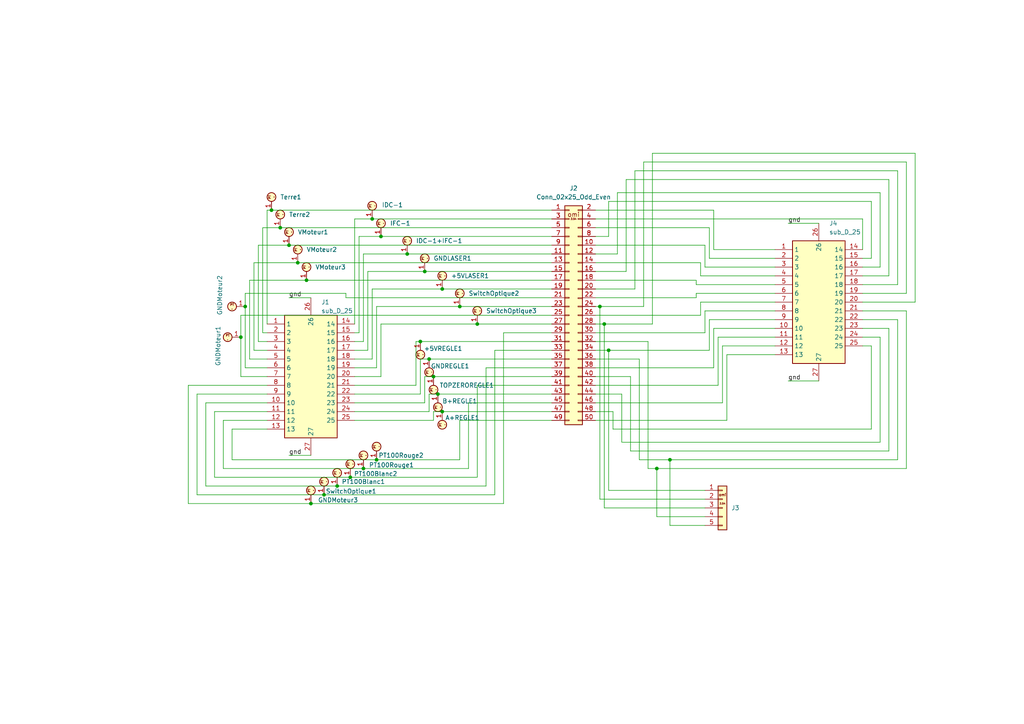
<source format=kicad_sch>
(kicad_sch (version 20231120) (generator "eeschema") (generator_version "8.0")
  (paper "A4")
  (lib_symbols
    (symbol "Omiconnecteur:Conn_01x05_P2.54mm_pinheader_vertical" (pin_names (offset 1.016) hide)
      (property "Reference" "J" (at -1.27 10.16 0))
      (symbol "Conn_01x05_P2.54mm_pinheader_vertical_1_1"
        (rectangle (start -1.27 -2.413) (end 0 -2.667) (stroke (width 0.1524)))
        (rectangle (start -1.27 0.127) (end 0 -0.127) (stroke (width 0.1524)))
        (rectangle (start -1.27 2.667) (end 0 2.413) (stroke (width 0.1524)))
        (rectangle (start -1.27 5.207) (end 0 4.953) (stroke (width 0.1524)))
        (rectangle (start -1.27 7.747) (end 0 7.493) (stroke (width 0.1524)))
        (rectangle (start -1.27 8.89) (end 1.27 -3.81) (stroke (width 0.254)) (fill (type background)))
        (text "2.54" (at 0 3.81 0) (effects (font (size 0.5 0.5))))
        (text "omi" (at 0 6.35 0) (effects (font (size 0.75 0.75))))
        (pin passive line (at -5.08 7.62 0) (length 3.81) (name "Pin_1") (number "1"))
        (pin passive line (at -5.08 5.08 0) (length 3.81) (name "Pin_2") (number "2"))
        (pin passive line (at -5.08 2.54 0) (length 3.81) (name "Pin_3") (number "3"))
        (pin passive line (at -5.08 0 0) (length 3.81) (name "Pin_4") (number "4"))
        (pin passive line (at -5.08 -2.54 0) (length 3.81) (name "Pin_5") (number "5"))
      )
    )
    (symbol "Omiconnecteur:Conn_02x25_Odd_Even_omi" (pin_names (offset 1.016) hide)
      (property "Reference" "J" (at 1.27 60.96 0))
      (property "Value" "Conn_02x25_Odd_Even" (at 0 -5.588 0))
      (symbol "Conn_02x25_Odd_Even_omi_1_1"
        (rectangle (start -1.27 -2.413) (end 0 -2.667) (stroke (width 0.1524)))
        (rectangle (start -1.27 0.127) (end 0 -0.127) (stroke (width 0.1524)))
        (rectangle (start -1.27 2.667) (end 0 2.413) (stroke (width 0.1524)))
        (rectangle (start -1.27 5.207) (end 0 4.953) (stroke (width 0.1524)))
        (rectangle (start -1.27 7.747) (end 0 7.493) (stroke (width 0.1524)))
        (rectangle (start -1.27 10.287) (end 0 10.033) (stroke (width 0.1524)))
        (rectangle (start -1.27 12.827) (end 0 12.573) (stroke (width 0.1524)))
        (rectangle (start -1.27 15.367) (end 0 15.113) (stroke (width 0.1524)))
        (rectangle (start -1.27 17.907) (end 0 17.653) (stroke (width 0.1524)))
        (rectangle (start -1.27 20.447) (end 0 20.193) (stroke (width 0.1524)))
        (rectangle (start -1.27 22.987) (end 0 22.733) (stroke (width 0.1524)))
        (rectangle (start -1.27 25.527) (end 0 25.273) (stroke (width 0.1524)))
        (rectangle (start -1.27 28.067) (end 0 27.813) (stroke (width 0.1524)))
        (rectangle (start -1.27 30.607) (end 0 30.353) (stroke (width 0.1524)))
        (rectangle (start -1.27 33.147) (end 0 32.893) (stroke (width 0.1524)))
        (rectangle (start -1.27 35.687) (end 0 35.433) (stroke (width 0.1524)))
        (rectangle (start -1.27 38.227) (end 0 37.973) (stroke (width 0.1524)))
        (rectangle (start -1.27 40.767) (end 0 40.513) (stroke (width 0.1524)))
        (rectangle (start -1.27 43.307) (end 0 43.053) (stroke (width 0.1524)))
        (rectangle (start -1.27 45.847) (end 0 45.593) (stroke (width 0.1524)))
        (rectangle (start -1.27 48.387) (end 0 48.133) (stroke (width 0.1524)))
        (rectangle (start -1.27 50.927) (end 0 50.673) (stroke (width 0.1524)))
        (rectangle (start -1.27 53.467) (end 0 53.213) (stroke (width 0.1524)))
        (rectangle (start -1.27 56.007) (end 0 55.753) (stroke (width 0.1524)))
        (rectangle (start -1.27 58.547) (end 0 58.293) (stroke (width 0.1524)))
        (rectangle (start -1.27 59.69) (end 3.81 -3.81) (stroke (width 0.254)) (fill (type background)))
        (rectangle (start 2.54 33.02) (end 3.81 32.766) (stroke (width 0.1524)))
        (rectangle (start 2.54 35.687) (end 3.81 35.433) (stroke (width 0.1524)))
        (rectangle (start 3.81 -2.413) (end 2.54 -2.667) (stroke (width 0.1524)))
        (rectangle (start 3.81 0.127) (end 2.54 -0.127) (stroke (width 0.1524)))
        (rectangle (start 3.81 2.667) (end 2.54 2.413) (stroke (width 0.1524)))
        (rectangle (start 3.81 5.207) (end 2.54 4.953) (stroke (width 0.1524)))
        (rectangle (start 3.81 7.747) (end 2.54 7.493) (stroke (width 0.1524)))
        (rectangle (start 3.81 10.287) (end 2.54 10.033) (stroke (width 0.1524)))
        (rectangle (start 3.81 12.827) (end 2.54 12.573) (stroke (width 0.1524)))
        (rectangle (start 3.81 15.367) (end 2.54 15.113) (stroke (width 0.1524)))
        (rectangle (start 3.81 17.907) (end 2.54 17.653) (stroke (width 0.1524)))
        (rectangle (start 3.81 20.447) (end 2.54 20.193) (stroke (width 0.1524)))
        (rectangle (start 3.81 22.987) (end 2.54 22.733) (stroke (width 0.1524)))
        (rectangle (start 3.81 25.527) (end 2.54 25.273) (stroke (width 0.1524)))
        (rectangle (start 3.81 28.067) (end 2.54 27.813) (stroke (width 0.1524)))
        (rectangle (start 3.81 30.607) (end 2.54 30.353) (stroke (width 0.1524)))
        (rectangle (start 3.81 38.227) (end 2.54 37.973) (stroke (width 0.1524)))
        (rectangle (start 3.81 40.767) (end 2.54 40.513) (stroke (width 0.1524)))
        (rectangle (start 3.81 43.307) (end 2.54 43.053) (stroke (width 0.1524)))
        (rectangle (start 3.81 45.847) (end 2.54 45.593) (stroke (width 0.1524)))
        (rectangle (start 3.81 48.387) (end 2.54 48.133) (stroke (width 0.1524)))
        (rectangle (start 3.81 50.927) (end 2.54 50.673) (stroke (width 0.1524)))
        (rectangle (start 3.81 53.467) (end 2.54 53.213) (stroke (width 0.1524)))
        (rectangle (start 3.81 56.007) (end 2.54 55.753) (stroke (width 0.1524)))
        (rectangle (start 3.81 58.547) (end 2.54 58.293) (stroke (width 0.1524)))
        (text "2.54" (at 1.27 55.88 0) (effects (font (size 0.5 0.5))))
        (text "omi" (at 1.27 57.15 0) (effects (font (size 1.27 1.27))))
        (pin passive line (at -5.08 58.42 0) (length 3.81) (name "Pin_1") (number "1"))
        (pin passive line (at 7.62 48.26 180) (length 3.81) (name "Pin_10") (number "10"))
        (pin passive line (at -5.08 45.72 0) (length 3.81) (name "Pin_11") (number "11"))
        (pin passive line (at 7.62 45.72 180) (length 3.81) (name "Pin_12") (number "12"))
        (pin passive line (at -5.08 43.18 0) (length 3.81) (name "Pin_13") (number "13"))
        (pin passive line (at 7.62 43.18 180) (length 3.81) (name "Pin_14") (number "14"))
        (pin passive line (at -5.08 40.64 0) (length 3.81) (name "Pin_15") (number "15"))
        (pin passive line (at 7.62 40.64 180) (length 3.81) (name "Pin_16") (number "16"))
        (pin passive line (at -5.08 38.1 0) (length 3.81) (name "Pin_17") (number "17"))
        (pin passive line (at 7.62 38.1 180) (length 3.81) (name "Pin_18") (number "18"))
        (pin passive line (at -5.08 35.56 0) (length 3.81) (name "Pin_19") (number "19"))
        (pin passive line (at 7.62 58.42 180) (length 3.81) (name "Pin_2") (number "2"))
        (pin passive line (at 7.62 35.56 180) (length 3.81) (name "Pin_20") (number "20"))
        (pin passive line (at -5.08 33.02 0) (length 3.81) (name "Pin_21") (number "21"))
        (pin passive line (at 7.62 33.02 180) (length 3.81) (name "Pin22") (number "22"))
        (pin passive line (at -5.08 30.48 0) (length 3.81) (name "Pin_23") (number "23"))
        (pin passive line (at 7.62 30.48 180) (length 3.81) (name "Pin_24") (number "24"))
        (pin passive line (at -5.08 27.94 0) (length 3.81) (name "Pin_25") (number "25"))
        (pin passive line (at 7.62 27.94 180) (length 3.81) (name "Pin_26") (number "26"))
        (pin passive line (at -5.08 25.4 0) (length 3.81) (name "Pin_27") (number "27"))
        (pin passive line (at 7.62 25.4 180) (length 3.81) (name "Pin_28") (number "28"))
        (pin passive line (at -5.08 22.86 0) (length 3.81) (name "Pin_29") (number "29"))
        (pin passive line (at -5.08 55.88 0) (length 3.81) (name "Pin_3") (number "3"))
        (pin passive line (at 7.62 22.86 180) (length 3.81) (name "Pin_30") (number "30"))
        (pin passive line (at -5.08 20.32 0) (length 3.81) (name "Pin_31") (number "31"))
        (pin passive line (at 7.62 20.32 180) (length 3.81) (name "Pin_32") (number "32"))
        (pin passive line (at -5.08 17.78 0) (length 3.81) (name "Pin_33") (number "33"))
        (pin passive line (at 7.62 17.78 180) (length 3.81) (name "Pin_34") (number "34"))
        (pin passive line (at -5.08 15.24 0) (length 3.81) (name "Pin_35") (number "35"))
        (pin passive line (at 7.62 15.24 180) (length 3.81) (name "Pin_36") (number "36"))
        (pin passive line (at -5.08 12.7 0) (length 3.81) (name "Pin_37") (number "37"))
        (pin passive line (at 7.62 12.7 180) (length 3.81) (name "Pin_38") (number "38"))
        (pin passive line (at -5.08 10.16 0) (length 3.81) (name "Pin_39") (number "39"))
        (pin passive line (at 7.62 55.88 180) (length 3.81) (name "Pin_4") (number "4"))
        (pin passive line (at 7.62 10.16 180) (length 3.81) (name "Pin_40") (number "40"))
        (pin passive line (at -5.08 7.62 0) (length 3.81) (name "Pin_41") (number "41"))
        (pin passive line (at 7.62 7.62 180) (length 3.81) (name "Pin_42") (number "42"))
        (pin passive line (at -5.08 5.08 0) (length 3.81) (name "Pin_43") (number "43"))
        (pin passive line (at 7.62 5.08 180) (length 3.81) (name "Pin_44") (number "44"))
        (pin passive line (at -5.08 2.54 0) (length 3.81) (name "Pin_45") (number "45"))
        (pin passive line (at 7.62 2.54 180) (length 3.81) (name "Pin_46") (number "46"))
        (pin passive line (at -5.08 0 0) (length 3.81) (name "Pin_47") (number "47"))
        (pin passive line (at 7.62 0 180) (length 3.81) (name "Pin_48") (number "48"))
        (pin passive line (at -5.08 -2.54 0) (length 3.81) (name "Pin_49") (number "49"))
        (pin passive line (at -5.08 53.34 0) (length 3.81) (name "Pin_5") (number "5"))
        (pin passive line (at 7.62 -2.54 180) (length 3.81) (name "Pin_50") (number "50"))
        (pin passive line (at 7.62 53.34 180) (length 3.81) (name "Pin_6") (number "6"))
        (pin passive line (at -5.08 50.8 0) (length 3.81) (name "Pin_7") (number "7"))
        (pin passive line (at 7.62 50.8 180) (length 3.81) (name "Pin_8") (number "8"))
        (pin passive line (at -5.08 48.26 0) (length 3.81) (name "Pin_9") (number "9"))
      )
    )
    (symbol "Omiconnecteur:sub_D_25"
      (property "Reference" "J" (at 41.91 12.7 0))
      (property "Value" "sub_D_25" (at 41.91 10.16 0))
      (symbol "sub_D_25_1_1"
        (rectangle (start 5.08 7.62) (end 40.64 -7.62) (stroke (width 0.254)) (fill (type background)))
        (pin passive line (at 7.62 -12.7 90) (length 5.08) (name "1") (number "1"))
        (pin passive line (at 30.48 -12.7 90) (length 5.08) (name "10") (number "10"))
        (pin passive line (at 33.02 -12.7 90) (length 5.08) (name "11") (number "11"))
        (pin passive line (at 35.56 -12.7 90) (length 5.08) (name "12") (number "12"))
        (pin passive line (at 38.1 -12.7 90) (length 5.08) (name "13") (number "13"))
        (pin passive line (at 7.62 12.7 270) (length 5.08) (name "14") (number "14"))
        (pin passive line (at 10.16 12.7 270) (length 5.08) (name "15") (number "15"))
        (pin passive line (at 12.7 12.7 270) (length 5.08) (name "16") (number "16"))
        (pin passive line (at 15.24 12.7 270) (length 5.08) (name "17") (number "17"))
        (pin passive line (at 17.78 12.7 270) (length 5.08) (name "18") (number "18"))
        (pin passive line (at 20.32 12.7 270) (length 5.08) (name "19") (number "19"))
        (pin passive line (at 10.16 -12.7 90) (length 5.08) (name "2") (number "2"))
        (pin passive line (at 22.86 12.7 270) (length 5.08) (name "20") (number "20"))
        (pin passive line (at 25.4 12.7 270) (length 5.08) (name "21") (number "21"))
        (pin passive line (at 27.94 12.7 270) (length 5.08) (name "22") (number "22"))
        (pin passive line (at 30.48 12.7 270) (length 5.08) (name "23") (number "23"))
        (pin passive line (at 33.02 12.7 270) (length 5.08) (name "24") (number "24"))
        (pin passive line (at 35.56 12.7 270) (length 5.08) (name "25") (number "25"))
        (pin passive line (at 0 0 0) (length 5.08) (name "26") (number "26"))
        (pin passive line (at 45.72 0 180) (length 5.08) (name "27") (number "27"))
        (pin passive line (at 12.7 -12.7 90) (length 5.08) (name "3") (number "3"))
        (pin passive line (at 15.24 -12.7 90) (length 5.08) (name "4") (number "4"))
        (pin passive line (at 17.78 -12.7 90) (length 5.08) (name "5") (number "5"))
        (pin passive line (at 20.32 -12.7 90) (length 5.08) (name "6") (number "6"))
        (pin passive line (at 22.86 -12.7 90) (length 5.08) (name "7") (number "7"))
        (pin passive line (at 25.4 -12.7 90) (length 5.08) (name "8") (number "8"))
        (pin passive line (at 27.94 -12.7 90) (length 5.08) (name "9") (number "9"))
      )
    )
    (symbol "Omidivers:PT_trad_1.0mm" (pin_names (offset 1.016) hide)
      (property "Reference" "Pt" (at 0.508 2.286 0))
      (symbol "PT_trad_1.0mm_1_1"
        (circle (center 1.27 0) (radius 1.27) (stroke (width 0.254)) (fill (type background)))
        (text "PT\n." (at 1.27 0 0) (effects (font (size 0.635 0.635))))
        (pin passive line (at -2.54 0 0) (length 2.54) (name "Pin_1") (number "1"))
      )
    )
  )
  (junction (at 128.27 83.82))
  (junction (at 138.43 93.98))
  (junction (at 71.12 88.9))
  (junction (at 83.82 71.12))
  (junction (at 97.79 140.97))
  (junction (at 69.85 97.79))
  (junction (at 133.35 88.9))
  (junction (at 78.74 60.96))
  (junction (at 194.31 133.35))
  (junction (at 176.53 101.6))
  (junction (at 101.6 138.43))
  (junction (at 190.5 135.89))
  (junction (at 109.22 133.35))
  (junction (at 175.26 93.98))
  (junction (at 173.99 88.9))
  (junction (at 118.11 73.66))
  (junction (at 105.41 135.89))
  (junction (at 88.9 81.28))
  (junction (at 90.17 146.05))
  (junction (at 121.92 99.06))
  (junction (at 127 114.3))
  (junction (at 128.27 119.38))
  (junction (at 110.49 68.58))
  (junction (at 124.46 104.14))
  (junction (at 107.95 63.5))
  (junction (at 86.36 76.2))
  (junction (at 125.73 109.22))
  (junction (at 81.28 66.04))
  (junction (at 93.98 143.51))
  (junction (at 123.19 78.74))
  (wire (pts (xy 69.85 109.22) (xy 77.47 109.22)))
  (wire (pts (xy 186.69 46.99) (xy 186.69 88.9)))
  (wire (pts (xy 180.34 128.27) (xy 180.34 114.3)))
  (wire (pts (xy 140.97 106.68) (xy 140.97 140.97)))
  (wire (pts (xy 172.72 68.58) (xy 176.53 68.58)))
  (wire (pts (xy 106.68 101.6) (xy 106.68 78.74)))
  (wire (pts (xy 97.79 140.97) (xy 140.97 140.97)))
  (wire (pts (xy 105.41 73.66) (xy 105.41 99.06)))
  (wire (pts (xy 57.15 114.3) (xy 77.47 114.3)))
  (wire (pts (xy 190.5 149.86) (xy 204.47 149.86)))
  (wire (pts (xy 201.93 82.55) (xy 201.93 81.28)))
  (wire (pts (xy 172.72 63.5) (xy 250.19 63.5)))
  (wire (pts (xy 224.79 80.01) (xy 203.2 80.01)))
  (wire (pts (xy 128.27 119.38) (xy 125.73 119.38)))
  (wire (pts (xy 105.41 99.06) (xy 102.87 99.06)))
  (wire (pts (xy 160.02 63.5) (xy 107.95 63.5)))
  (wire (pts (xy 90.17 146.05) (xy 54.61 146.05)))
  (wire (pts (xy 69.85 91.44) (xy 160.02 91.44)))
  (wire (pts (xy 88.9 81.28) (xy 160.02 81.28)))
  (wire (pts (xy 83.82 86.36) (xy 90.17 86.36)))
  (wire (pts (xy 203.2 87.63) (xy 203.2 91.44)))
  (wire (pts (xy 110.49 109.22) (xy 102.87 109.22)))
  (wire (pts (xy 110.49 68.58) (xy 160.02 68.58)))
  (wire (pts (xy 210.82 121.92) (xy 172.72 121.92)))
  (wire (pts (xy 121.92 104.14) (xy 124.46 104.14)))
  (wire (pts (xy 102.87 121.92) (xy 125.73 121.92)))
  (wire (pts (xy 160.02 101.6) (xy 143.51 101.6)))
  (wire (pts (xy 203.2 80.01) (xy 203.2 76.2)))
  (wire (pts (xy 93.98 143.51) (xy 143.51 143.51)))
  (wire (pts (xy 257.81 95.25) (xy 257.81 130.81)))
  (wire (pts (xy 179.07 73.66) (xy 179.07 55.88)))
  (wire (pts (xy 77.47 119.38) (xy 62.23 119.38)))
  (wire (pts (xy 104.14 68.58) (xy 110.49 68.58)))
  (wire (pts (xy 207.01 72.39) (xy 224.79 72.39)))
  (wire (pts (xy 83.82 71.12) (xy 74.93 71.12)))
  (wire (pts (xy 224.79 92.71) (xy 205.74 92.71)))
  (wire (pts (xy 250.19 85.09) (xy 262.89 85.09)))
  (wire (pts (xy 123.19 78.74) (xy 160.02 78.74)))
  (wire (pts (xy 67.31 133.35) (xy 109.22 133.35)))
  (wire (pts (xy 102.87 101.6) (xy 106.68 101.6)))
  (wire (pts (xy 124.46 114.3) (xy 127 114.3)))
  (wire (pts (xy 121.92 99.06) (xy 160.02 99.06)))
  (wire (pts (xy 173.99 88.9) (xy 173.99 144.78)))
  (wire (pts (xy 160.02 73.66) (xy 118.11 73.66)))
  (wire (pts (xy 205.74 92.71) (xy 205.74 101.6)))
  (wire (pts (xy 123.19 109.22) (xy 125.73 109.22)))
  (wire (pts (xy 102.87 63.5) (xy 102.87 93.98)))
  (wire (pts (xy 54.61 111.76) (xy 77.47 111.76)))
  (wire (pts (xy 265.43 87.63) (xy 265.43 44.45)))
  (wire (pts (xy 204.47 90.17) (xy 204.47 96.52)))
  (wire (pts (xy 203.2 91.44) (xy 172.72 91.44)))
  (wire (pts (xy 172.72 101.6) (xy 176.53 101.6)))
  (wire (pts (xy 224.79 85.09) (xy 201.93 85.09)))
  (wire (pts (xy 62.23 119.38) (xy 62.23 138.43)))
  (wire (pts (xy 189.23 44.45) (xy 189.23 93.98)))
  (wire (pts (xy 62.23 138.43) (xy 101.6 138.43)))
  (wire (pts (xy 125.73 109.22) (xy 160.02 109.22)))
  (wire (pts (xy 71.12 85.09) (xy 100.33 85.09)))
  (wire (pts (xy 252.73 58.42) (xy 252.73 74.93)))
  (wire (pts (xy 73.66 101.6) (xy 73.66 76.2)))
  (wire (pts (xy 118.11 73.66) (xy 105.41 73.66)))
  (wire (pts (xy 172.72 73.66) (xy 179.07 73.66)))
  (wire (pts (xy 203.2 76.2) (xy 172.72 76.2)))
  (wire (pts (xy 194.31 133.35) (xy 260.35 133.35)))
  (wire (pts (xy 67.31 124.46) (xy 67.31 133.35)))
  (wire (pts (xy 175.26 147.32) (xy 204.47 147.32)))
  (wire (pts (xy 109.22 133.35) (xy 133.35 133.35)))
  (wire (pts (xy 204.47 152.4) (xy 194.31 152.4)))
  (wire (pts (xy 194.31 133.35) (xy 194.31 152.4)))
  (wire (pts (xy 160.02 116.84) (xy 135.89 116.84)))
  (wire (pts (xy 250.19 63.5) (xy 250.19 72.39)))
  (wire (pts (xy 109.22 106.68) (xy 102.87 106.68)))
  (wire (pts (xy 177.8 119.38) (xy 172.72 119.38)))
  (wire (pts (xy 138.43 111.76) (xy 138.43 138.43)))
  (wire (pts (xy 201.93 86.36) (xy 172.72 86.36)))
  (wire (pts (xy 255.27 55.88) (xy 255.27 77.47)))
  (wire (pts (xy 121.92 104.14) (xy 121.92 114.3)))
  (wire (pts (xy 224.79 74.93) (xy 205.74 74.93)))
  (wire (pts (xy 93.98 143.51) (xy 57.15 143.51)))
  (wire (pts (xy 182.88 109.22) (xy 172.72 109.22)))
  (wire (pts (xy 176.53 68.58) (xy 176.53 58.42)))
  (wire (pts (xy 83.82 132.08) (xy 90.17 132.08)))
  (wire (pts (xy 133.35 88.9) (xy 160.02 88.9)))
  (wire (pts (xy 172.72 106.68) (xy 207.01 106.68)))
  (wire (pts (xy 160.02 96.52) (xy 146.05 96.52)))
  (wire (pts (xy 138.43 111.76) (xy 160.02 111.76)))
  (wire (pts (xy 64.77 135.89) (xy 105.41 135.89)))
  (wire (pts (xy 77.47 124.46) (xy 67.31 124.46)))
  (wire (pts (xy 209.55 100.33) (xy 224.79 100.33)))
  (wire (pts (xy 77.47 93.98) (xy 77.47 60.96)))
  (wire (pts (xy 54.61 146.05) (xy 54.61 111.76)))
  (wire (pts (xy 59.69 140.97) (xy 59.69 116.84)))
  (wire (pts (xy 123.19 116.84) (xy 102.87 116.84)))
  (wire (pts (xy 107.95 63.5) (xy 102.87 63.5)))
  (wire (pts (xy 160.02 119.38) (xy 128.27 119.38)))
  (wire (pts (xy 204.47 71.12) (xy 172.72 71.12)))
  (wire (pts (xy 224.79 97.79) (xy 208.28 97.79)))
  (wire (pts (xy 208.28 97.79) (xy 208.28 111.76)))
  (wire (pts (xy 97.79 140.97) (xy 59.69 140.97)))
  (wire (pts (xy 71.12 85.09) (xy 71.12 88.9)))
  (wire (pts (xy 77.47 60.96) (xy 78.74 60.96)))
  (wire (pts (xy 250.19 87.63) (xy 265.43 87.63)))
  (wire (pts (xy 184.15 83.82) (xy 184.15 49.53)))
  (wire (pts (xy 173.99 88.9) (xy 186.69 88.9)))
  (wire (pts (xy 257.81 52.07) (xy 181.61 52.07)))
  (wire (pts (xy 204.47 96.52) (xy 172.72 96.52)))
  (wire (pts (xy 190.5 135.89) (xy 262.89 135.89)))
  (wire (pts (xy 57.15 143.51) (xy 57.15 114.3)))
  (wire (pts (xy 86.36 76.2) (xy 160.02 76.2)))
  (wire (pts (xy 107.95 104.14) (xy 102.87 104.14)))
  (wire (pts (xy 101.6 138.43) (xy 138.43 138.43)))
  (wire (pts (xy 252.73 100.33) (xy 250.19 100.33)))
  (wire (pts (xy 207.01 72.39) (xy 207.01 60.96)))
  (wire (pts (xy 187.96 99.06) (xy 172.72 99.06)))
  (wire (pts (xy 125.73 119.38) (xy 125.73 121.92)))
  (wire (pts (xy 176.53 142.24) (xy 204.47 142.24)))
  (wire (pts (xy 255.27 128.27) (xy 180.34 128.27)))
  (wire (pts (xy 88.9 81.28) (xy 72.39 81.28)))
  (wire (pts (xy 127 114.3) (xy 160.02 114.3)))
  (wire (pts (xy 182.88 130.81) (xy 257.81 130.81)))
  (wire (pts (xy 109.22 88.9) (xy 109.22 106.68)))
  (wire (pts (xy 190.5 135.89) (xy 190.5 149.86)))
  (wire (pts (xy 72.39 104.14) (xy 77.47 104.14)))
  (wire (pts (xy 124.46 104.14) (xy 160.02 104.14)))
  (wire (pts (xy 210.82 102.87) (xy 210.82 121.92)))
  (wire (pts (xy 83.82 71.12) (xy 160.02 71.12)))
  (wire (pts (xy 124.46 119.38) (xy 102.87 119.38)))
  (wire (pts (xy 120.65 99.06) (xy 121.92 99.06)))
  (wire (pts (xy 72.39 81.28) (xy 72.39 104.14)))
  (wire (pts (xy 257.81 80.01) (xy 257.81 52.07)))
  (wire (pts (xy 205.74 66.04) (xy 172.72 66.04)))
  (wire (pts (xy 187.96 135.89) (xy 187.96 99.06)))
  (wire (pts (xy 172.72 114.3) (xy 180.34 114.3)))
  (wire (pts (xy 160.02 106.68) (xy 140.97 106.68)))
  (wire (pts (xy 250.19 95.25) (xy 257.81 95.25)))
  (wire (pts (xy 143.51 101.6) (xy 143.51 143.51)))
  (wire (pts (xy 76.2 96.52) (xy 76.2 66.04)))
  (wire (pts (xy 133.35 121.92) (xy 160.02 121.92)))
  (wire (pts (xy 262.89 90.17) (xy 262.89 135.89)))
  (wire (pts (xy 201.93 82.55) (xy 224.79 82.55)))
  (wire (pts (xy 265.43 44.45) (xy 189.23 44.45)))
  (wire (pts (xy 175.26 93.98) (xy 189.23 93.98)))
  (wire (pts (xy 146.05 96.52) (xy 146.05 146.05)))
  (wire (pts (xy 224.79 77.47) (xy 204.47 77.47)))
  (wire (pts (xy 176.53 101.6) (xy 176.53 142.24)))
  (wire (pts (xy 260.35 82.55) (xy 250.19 82.55)))
  (wire (pts (xy 262.89 90.17) (xy 250.19 90.17)))
  (wire (pts (xy 207.01 106.68) (xy 207.01 95.25)))
  (wire (pts (xy 201.93 85.09) (xy 201.93 86.36)))
  (wire (pts (xy 205.74 74.93) (xy 205.74 66.04)))
  (wire (pts (xy 262.89 46.99) (xy 186.69 46.99)))
  (wire (pts (xy 224.79 102.87) (xy 210.82 102.87)))
  (wire (pts (xy 110.49 93.98) (xy 138.43 93.98)))
  (wire (pts (xy 64.77 135.89) (xy 64.77 121.92)))
  (wire (pts (xy 110.49 93.98) (xy 110.49 109.22)))
  (wire (pts (xy 224.79 87.63) (xy 203.2 87.63)))
  (wire (pts (xy 59.69 116.84) (xy 77.47 116.84)))
  (wire (pts (xy 138.43 93.98) (xy 160.02 93.98)))
  (wire (pts (xy 71.12 106.68) (xy 77.47 106.68)))
  (wire (pts (xy 185.42 133.35) (xy 194.31 133.35)))
  (wire (pts (xy 173.99 144.78) (xy 204.47 144.78)))
  (wire (pts (xy 135.89 135.89) (xy 105.41 135.89)))
  (wire (pts (xy 209.55 116.84) (xy 209.55 100.33)))
  (wire (pts (xy 146.05 146.05) (xy 90.17 146.05)))
  (wire (pts (xy 160.02 83.82) (xy 128.27 83.82)))
  (wire (pts (xy 107.95 83.82) (xy 107.95 104.14)))
  (wire (pts (xy 252.73 100.33) (xy 252.73 124.46)))
  (wire (pts (xy 228.6 64.77) (xy 237.49 64.77)))
  (wire (pts (xy 177.8 124.46) (xy 177.8 119.38)))
  (wire (pts (xy 252.73 124.46) (xy 177.8 124.46)))
  (wire (pts (xy 133.35 88.9) (xy 109.22 88.9)))
  (wire (pts (xy 64.77 121.92) (xy 77.47 121.92)))
  (wire (pts (xy 69.85 91.44) (xy 69.85 97.79)))
  (wire (pts (xy 71.12 88.9) (xy 71.12 106.68)))
  (wire (pts (xy 172.72 83.82) (xy 184.15 83.82)))
  (wire (pts (xy 176.53 101.6) (xy 205.74 101.6)))
  (wire (pts (xy 250.19 80.01) (xy 257.81 80.01)))
  (wire (pts (xy 260.35 49.53) (xy 260.35 82.55)))
  (wire (pts (xy 207.01 95.25) (xy 224.79 95.25)))
  (wire (pts (xy 208.28 111.76) (xy 172.72 111.76)))
  (wire (pts (xy 260.35 92.71) (xy 250.19 92.71)))
  (wire (pts (xy 172.72 104.14) (xy 185.42 104.14)))
  (wire (pts (xy 262.89 85.09) (xy 262.89 46.99)))
  (wire (pts (xy 120.65 111.76) (xy 102.87 111.76)))
  (wire (pts (xy 120.65 99.06) (xy 120.65 111.76)))
  (wire (pts (xy 172.72 93.98) (xy 175.26 93.98)))
  (wire (pts (xy 73.66 76.2) (xy 86.36 76.2)))
  (wire (pts (xy 102.87 96.52) (xy 104.14 96.52)))
  (wire (pts (xy 204.47 77.47) (xy 204.47 71.12)))
  (wire (pts (xy 176.53 58.42) (xy 252.73 58.42)))
  (wire (pts (xy 224.79 90.17) (xy 204.47 90.17)))
  (wire (pts (xy 175.26 93.98) (xy 175.26 147.32)))
  (wire (pts (xy 207.01 60.96) (xy 172.72 60.96)))
  (wire (pts (xy 77.47 96.52) (xy 76.2 96.52)))
  (wire (pts (xy 172.72 88.9) (xy 173.99 88.9)))
  (wire (pts (xy 106.68 78.74) (xy 123.19 78.74)))
  (wire (pts (xy 181.61 78.74) (xy 172.72 78.74)))
  (wire (pts (xy 100.33 86.36) (xy 160.02 86.36)))
  (wire (pts (xy 128.27 83.82) (xy 107.95 83.82)))
  (wire (pts (xy 104.14 96.52) (xy 104.14 68.58)))
  (wire (pts (xy 185.42 104.14) (xy 185.42 133.35)))
  (wire (pts (xy 74.93 71.12) (xy 74.93 99.06)))
  (wire (pts (xy 181.61 52.07) (xy 181.61 78.74)))
  (wire (pts (xy 187.96 135.89) (xy 190.5 135.89)))
  (wire (pts (xy 135.89 116.84) (xy 135.89 135.89)))
  (wire (pts (xy 121.92 114.3) (xy 102.87 114.3)))
  (wire (pts (xy 260.35 92.71) (xy 260.35 133.35)))
  (wire (pts (xy 172.72 116.84) (xy 209.55 116.84)))
  (wire (pts (xy 133.35 121.92) (xy 133.35 133.35)))
  (wire (pts (xy 81.28 66.04) (xy 160.02 66.04)))
  (wire (pts (xy 201.93 81.28) (xy 172.72 81.28)))
  (wire (pts (xy 78.74 60.96) (xy 160.02 60.96)))
  (wire (pts (xy 250.19 97.79) (xy 255.27 97.79)))
  (wire (pts (xy 100.33 86.36) (xy 100.33 85.09)))
  (wire (pts (xy 76.2 66.04) (xy 81.28 66.04)))
  (wire (pts (xy 255.27 77.47) (xy 250.19 77.47)))
  (wire (pts (xy 252.73 74.93) (xy 250.19 74.93)))
  (wire (pts (xy 182.88 130.81) (xy 182.88 109.22)))
  (wire (pts (xy 124.46 114.3) (xy 124.46 119.38)))
  (wire (pts (xy 184.15 49.53) (xy 260.35 49.53)))
  (wire (pts (xy 179.07 55.88) (xy 255.27 55.88)))
  (wire (pts (xy 77.47 101.6) (xy 73.66 101.6)))
  (wire (pts (xy 74.93 99.06) (xy 77.47 99.06)))
  (wire (pts (xy 255.27 97.79) (xy 255.27 128.27)))
  (wire (pts (xy 123.19 109.22) (xy 123.19 116.84)))
  (wire (pts (xy 69.85 97.79) (xy 69.85 109.22)))
  (wire (pts (xy 228.6 110.49) (xy 237.49 110.49)))
  (label "gnd" (at 83.82 86.36 0))
  (label "gnd" (at 228.6 110.49 0))
  (label "gnd" (at 228.6 64.77 0))
  (label "gnd" (at 83.82 132.08 0))
  (symbol (lib_id "Omidivers:PT_trad_1.0mm") (at 78.74 58.42 90) (unit 1)
    (property "Reference" "Terre1" (at 81.28 57.1499 90) (effects (justify right)))
    (property "Value" "Pt_trad_1.0mm" (effects (hide yes)))
    (property "Footprint" "Omidivers:Pt_trad_1.0mm" (effects (hide yes)))
  )
  (symbol (lib_id "Omidivers:PT_trad_1.0mm") (at 101.6 135.89 90) (unit 1)
    (property "Reference" "PT100Blanc2" (at 108.966 137.414 90))
    (property "Value" "PT_cms_1.0mm" (effects (hide yes)))
    (property "Footprint" "Omidivers:Pt_trad_1.0mm" (effects (hide yes)))
  )
  (symbol (lib_id "Omidivers:PT_trad_1.0mm") (at 124.46 106.68 270) (unit 1)
    (property "Reference" "GNDREGLE1" (at 130.556 106.172 90))
    (property "Value" "PT_cms_1.0mm" (effects (hide yes)))
    (property "Footprint" "Omidivers:Pt_trad_1.0mm" (effects (hide yes)))
  )
  (symbol (lib_id "Omidivers:PT_trad_1.0mm") (at 68.58 88.9 180) (unit 1)
    (property "Reference" "GNDMoteur2" (at 63.754 91.44 90) (effects (justify right)))
    (property "Value" "PT_cms_1.0mm" (effects (hide yes)))
    (property "Footprint" "Omidivers:Pt_trad_1.0mm" (effects (hide yes)))
  )
  (symbol (lib_id "Omiconnecteur:sub_D_25") (at 237.49 64.77 270) (unit 1)
    (property "Reference" "J4" (at 240.5065 64.77 90) (effects (justify left)))
    (property "Value" "sub_D_25" (at 240.5065 67.31 90) (effects (justify left)))
    (property "Footprint" "Omiconnecteur:sub_D_25" (effects (hide yes)))
    (property "Datasheet" "https://docs.rs-online.com/61e0/0900766b815846f2.pdf" (effects (hide yes)))
    (property "Description" "25way rightangle ground socket connector" (effects (hide yes)))
    (property "Height" "12.93" (effects (hide yes)))
    (property "Manufacturer_Name" "RS Pro" (effects (hide yes)))
    (property "Manufacturer_Part_Number" "5443991" (effects (hide yes)))
  )
  (symbol (lib_id "Omidivers:PT_trad_1.0mm") (at 133.35 86.36 90) (unit 1)
    (property "Reference" "SwitchOptique2" (at 135.89 85.0899 90) (effects (justify right)))
    (property "Value" "PT_cms_1.0mm" (effects (hide yes)))
    (property "Footprint" "Omidivers:Pt_trad_1.0mm" (effects (hide yes)))
  )
  (symbol (lib_id "Omidivers:PT_trad_1.0mm") (at 81.28 63.5 90) (unit 1)
    (property "Reference" "Terre2" (at 83.82 62.2299 90) (effects (justify right)))
    (property "Value" "PT_cms_1.0mm" (effects (hide yes)))
    (property "Footprint" "Omidivers:Pt_trad_1.0mm" (effects (hide yes)))
  )
  (symbol (lib_id "Omidivers:PT_trad_1.0mm") (at 110.49 66.04 90) (unit 1)
    (property "Reference" "IFC-1" (at 113.1141 64.7699 90) (effects (justify right)))
    (property "Value" "PT_cms_1.0mm" (effects (hide yes)))
    (property "Footprint" "Omidivers:Pt_trad_1.0mm" (effects (hide yes)))
  )
  (symbol (lib_id "Omidivers:PT_trad_1.0mm") (at 86.36 73.66 90) (unit 1)
    (property "Reference" "VMoteur2" (at 88.9 72.3899 90) (effects (justify right)))
    (property "Value" "PT_cms_1.0mm" (effects (hide yes)))
    (property "Footprint" "Omidivers:Pt_trad_1.0mm" (effects (hide yes)))
  )
  (symbol (lib_id "Omidivers:PT_trad_1.0mm") (at 105.41 133.35 90) (unit 1)
    (property "Reference" "PT100Rouge1" (at 113.538 134.874 90))
    (property "Value" "PT_cms_1.0mm" (effects (hide yes)))
    (property "Footprint" "Omidivers:Pt_trad_1.0mm" (effects (hide yes)))
  )
  (symbol (lib_id "Omidivers:PT_trad_1.0mm") (at 107.95 60.96 90) (unit 1)
    (property "Reference" "IDC-1" (at 110.744 59.436 90) (effects (justify right)))
    (property "Value" "PT_cms_1.0mm" (effects (hide yes)))
    (property "Footprint" "Omidivers:Pt_trad_1.0mm" (effects (hide yes)))
  )
  (symbol (lib_id "Omiconnecteur:sub_D_25") (at 90.17 86.36 270) (unit 1)
    (property "Reference" "J1" (at 93.1865 87.63 90) (effects (justify left)))
    (property "Value" "sub_D_25" (at 93.1865 90.17 90) (effects (justify left)))
    (property "Footprint" "Omiconnecteur:sub_D_25" (effects (hide yes)))
    (property "Datasheet" "https://docs.rs-online.com/61e0/0900766b815846f2.pdf" (effects (hide yes)))
    (property "Description" "25way rightangle ground socket connector" (effects (hide yes)))
    (property "Height" "12.93" (effects (hide yes)))
    (property "Manufacturer_Name" "RS Pro" (effects (hide yes)))
    (property "Manufacturer_Part_Number" "5443991" (effects (hide yes)))
  )
  (symbol (lib_id "Omidivers:PT_trad_1.0mm") (at 109.22 130.81 90) (unit 1)
    (property "Reference" "PT100Rouge2" (at 116.332 132.08 90))
    (property "Value" "PT_cms_1.0mm" (effects (hide yes)))
    (property "Footprint" "Omidivers:Pt_trad_1.0mm" (effects (hide yes)))
  )
  (symbol (lib_id "Omidivers:PT_trad_1.0mm") (at 88.9 78.74 90) (unit 1)
    (property "Reference" "VMoteur3" (at 91.44 77.4699 90) (effects (justify right)))
    (property "Value" "PT_cms_1.0mm" (effects (hide yes)))
    (property "Footprint" "Omidivers:Pt_trad_1.0mm" (effects (hide yes)))
  )
  (symbol (lib_id "Omidivers:PT_trad_1.0mm") (at 97.79 138.43 90) (unit 1)
    (property "Reference" "PT100Blanc1" (at 105.41 139.7 90))
    (property "Value" "PT_cms_1.0mm" (effects (hide yes)))
    (property "Footprint" "Omidivers:Pt_trad_1.0mm" (effects (hide yes)))
  )
  (symbol (lib_id "Omidivers:PT_trad_1.0mm") (at 118.11 71.12 90) (unit 1)
    (property "Reference" "IDC-1+IFC-1" (at 120.65 69.8499 90) (effects (justify right)))
    (property "Value" "PT_cms_1.0mm" (effects (hide yes)))
    (property "Footprint" "Omidivers:Pt_trad_1.0mm" (effects (hide yes)))
  )
  (symbol (lib_id "Omidivers:PT_trad_1.0mm") (at 128.27 121.92 270) (unit 1)
    (property "Reference" "A+REGLE1" (at 134.112 121.158 90))
    (property "Value" "PT_cms_1.0mm" (effects (hide yes)))
    (property "Footprint" "Omidivers:Pt_trad_1.0mm" (effects (hide yes)))
  )
  (symbol (lib_id "Omiconnecteur:Conn_01x05_P2.54mm_pinheader_vertical") (at 209.55 149.86 0) (unit 1)
    (property "Reference" "J3" (at 212.09 147.3199 0) (effects (justify left)))
    (property "Value" "Conn_01x05_P2.54mm_pinheader_vertical" (effects (hide yes)))
    (property "Footprint" "Omiconnecteur:PinHeader_1x05_P2.54mm_V_omi" (effects (hide yes)))
    (property "Datasheet" "https://cdn.amphenol-cs.com/media/wysiwyg/files/documentation/datasheet/boardwiretoboard/bwb_bergstik.pdf" (effects (hide yes)))
    (property "Description" "Generic connector, single row, 01x08, script generated (kicad-library-utils/schlib/autogen/connector/)" (effects (hide yes)))
    (property "Fabriquant" "Amphenol" (effects (hide yes)))
    (property "Fabreference" "77311-102-36LF" (effects (hide yes)))
    (property "Omicron" "9069605" (effects (hide yes)))
    (property "Distributeur1" "DK:609-6203-ND" (effects (hide yes)))
    (property "Distributeur2" "M:77311-102-36LF" (effects (hide yes)))
  )
  (symbol (lib_id "Omidivers:PT_trad_1.0mm") (at 127 116.84 270) (unit 1)
    (property "Reference" "B+REGLE1" (at 133.35 116.332 90))
    (property "Value" "PT_cms_1.0mm" (effects (hide yes)))
    (property "Footprint" "Omidivers:Pt_trad_1.0mm" (effects (hide yes)))
  )
  (symbol (lib_id "Omidivers:PT_trad_1.0mm") (at 128.27 81.28 90) (unit 1)
    (property "Reference" "+5VLASER1" (at 130.81 80.0099 90) (effects (justify right)))
    (property "Value" "PT_cms_1.0mm" (effects (hide yes)))
    (property "Footprint" "Omidivers:Pt_trad_1.0mm" (effects (hide yes)))
  )
  (symbol (lib_id "Omidivers:PT_trad_1.0mm") (at 83.82 68.58 90) (unit 1)
    (property "Reference" "VMoteur1" (at 86.36 67.3099 90) (effects (justify right)))
    (property "Value" "PT_cms_1.0mm" (effects (hide yes)))
    (property "Footprint" "Omidivers:Pt_trad_1.0mm" (effects (hide yes)))
  )
  (symbol (lib_id "Omidivers:PT_trad_1.0mm") (at 125.73 111.76 270) (unit 1)
    (property "Reference" "TOPZEROREGLE1" (at 135.382 111.76 90))
    (property "Value" "PT_cms_1.0mm" (effects (hide yes)))
    (property "Footprint" "Omidivers:Pt_trad_1.0mm" (effects (hide yes)))
  )
  (symbol (lib_id "Omidivers:PT_trad_1.0mm") (at 138.43 91.44 90) (unit 1)
    (property "Reference" "SwitchOptique3" (at 140.97 90.1699 90) (effects (justify right)))
    (property "Value" "PT_cms_1.0mm" (effects (hide yes)))
    (property "Footprint" "Omidivers:Pt_trad_1.0mm" (effects (hide yes)))
  )
  (symbol (lib_id "Omidivers:PT_trad_1.0mm") (at 121.92 101.6 270) (unit 1)
    (property "Reference" "+5VREGLE1" (at 128.524 101.092 90))
    (property "Value" "PT_cms_1.0mm" (effects (hide yes)))
    (property "Footprint" "Omidivers:Pt_trad_1.0mm" (effects (hide yes)))
  )
  (symbol (lib_id "Omidivers:PT_trad_1.0mm") (at 123.19 76.2 90) (unit 1)
    (property "Reference" "GNDLASER1" (at 125.73 74.9299 90) (effects (justify right)))
    (property "Value" "PT_cms_1.0mm" (effects (hide yes)))
    (property "Footprint" "Omidivers:Pt_trad_1.0mm" (effects (hide yes)))
  )
  (symbol (lib_id "Omiconnecteur:Conn_02x25_Odd_Even_omi") (at 165.1 119.38 0) (unit 1)
    (property "Reference" "J2" (at 166.37 54.61 0))
    (property "Value" "Conn_02x25_Odd_Even" (at 166.37 57.15 0))
    (property "Footprint" "Omiconnecteur:PinHeader_2x25_P2.54mm_V_omi" (effects (hide yes)))
    (property "Description" "Generic connector, double row, 02x10, odd/even pin numbering scheme (row 1 odd numbers, row 2 even numbers), script generated (kicad-library-utils/schlib/autogen/connector/)" (effects (hide yes)))
    (property "Documentation" "https://cdn.amphenol-cs.com/media/wysiwyg/files/documentation/datasheet/boardwiretoboard/bwb_bergstik.pdf" (effects (hide yes)))
    (property "Fabriquant" "Amphenol" (effects (hide yes)))
    (property "Fabreference" "77313-118-72LF" (effects (hide yes)))
    (property "Omicron" "252175" (effects (hide yes)))
    (property "Distributeur1" "F:2886108" (effects (hide yes)))
    (property "Distributeur2" "M:649-77313-118-72LF" (effects (hide yes)))
  )
  (symbol (lib_id "Omidivers:PT_trad_1.0mm") (at 67.31 97.79 180) (unit 1)
    (property "Reference" "GNDMoteur1" (at 63.246 106.172 90) (effects (justify right)))
    (property "Value" "PT_cms_1.0mm" (effects (hide yes)))
    (property "Footprint" "Omidivers:Pt_trad_1.0mm" (effects (hide yes)))
  )
  (symbol (lib_id "Omidivers:PT_trad_1.0mm") (at 90.17 143.51 90) (unit 1)
    (property "Reference" "GNDMoteur3" (at 98.044 145.034 90))
    (property "Value" "PT_cms_1.0mm" (effects (hide yes)))
    (property "Footprint" "Omidivers:Pt_trad_1.0mm" (effects (hide yes)))
  )
  (symbol (lib_id "Omidivers:PT_trad_1.0mm") (at 93.98 140.97 90) (unit 1)
    (property "Reference" "SwitchOptique1" (at 101.854 142.494 90))
    (property "Value" "PT_cms_1.0mm" (effects (hide yes)))
    (property "Footprint" "Omidivers:Pt_trad_1.0mm" (effects (hide yes)))
  )
)
</source>
